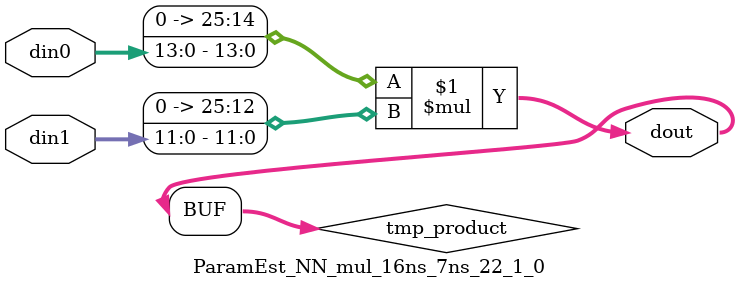
<source format=v>

`timescale 1 ns / 1 ps

  module ParamEst_NN_mul_16ns_7ns_22_1_0(din0, din1, dout);
parameter ID = 1;
parameter NUM_STAGE = 0;
parameter din0_WIDTH = 14;
parameter din1_WIDTH = 12;
parameter dout_WIDTH = 26;

input [din0_WIDTH - 1 : 0] din0; 
input [din1_WIDTH - 1 : 0] din1; 
output [dout_WIDTH - 1 : 0] dout;

wire signed [dout_WIDTH - 1 : 0] tmp_product;










assign tmp_product = $signed({1'b0, din0}) * $signed({1'b0, din1});











assign dout = tmp_product;







endmodule

</source>
